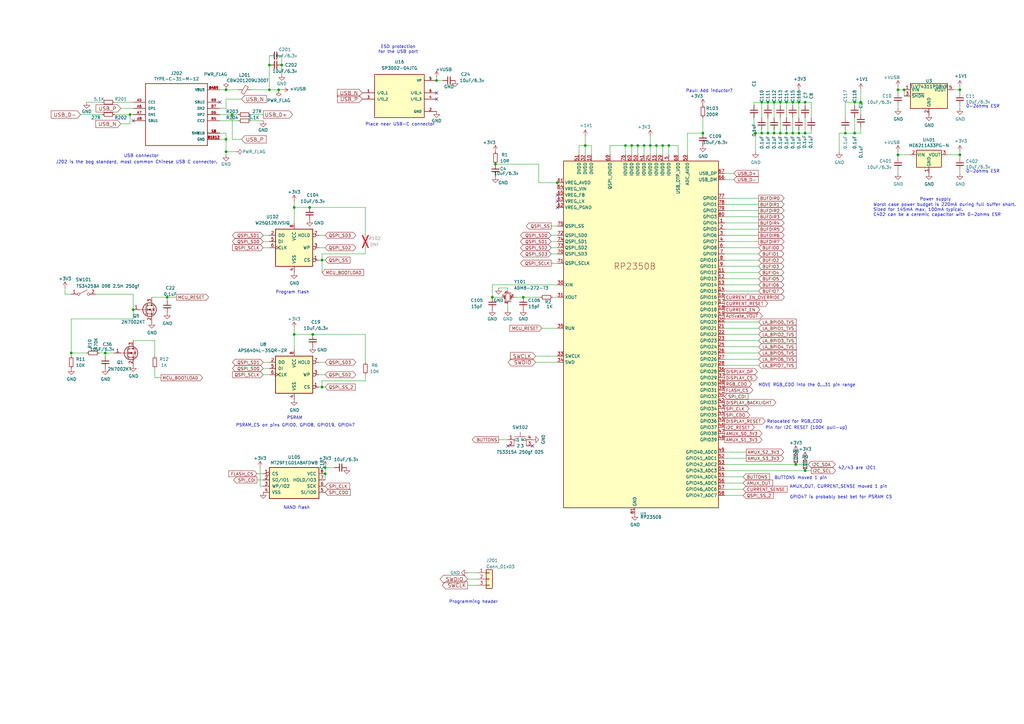
<source format=kicad_sch>
(kicad_sch (version 20231120) (generator "eeschema") (generator_version "8.0")
  (paper "A3")
  (junction (at 132.08 106.68))
  (junction (at 353.06 41.91))
  (junction (at 259.08 59.69))
  (junction (at 325.12 41.91))
  (junction (at 133.35 191.77))
  (junction (at 29.21 144.78))
  (junction (at 309.88 54.61))
  (junction (at 203.2 67.31))
  (junction (at 240.03 59.69))
  (junction (at 201.93 121.92))
  (junction (at 327.66 54.61))
  (junction (at 261.62 59.69))
  (junction (at 312.42 54.61))
  (junction (at 132.08 158.75))
  (junction (at 214.63 121.92))
  (junction (at 127 85.09))
  (junction (at 368.3 36.83))
  (junction (at 115.57 26.67))
  (junction (at 256.54 59.69))
  (junction (at 228.6 74.93))
  (junction (at 314.96 54.61))
  (junction (at 43.18 144.78))
  (junction (at 120.65 137.16))
  (junction (at 327.66 41.91))
  (junction (at 325.12 54.61))
  (junction (at 326.39 190.5))
  (junction (at 330.2 41.91))
  (junction (at 110.49 26.67))
  (junction (at 370.84 36.83))
  (junction (at 393.7 36.83))
  (junction (at 95.25 46.99))
  (junction (at 128.27 137.16))
  (junction (at 346.71 54.61))
  (junction (at 330.2 54.61))
  (junction (at 330.2 193.04))
  (junction (at 110.49 36.83))
  (junction (at 368.3 63.5))
  (junction (at 322.58 54.61))
  (junction (at 266.7 59.69))
  (junction (at 68.58 121.92))
  (junction (at 320.04 54.61))
  (junction (at 288.29 54.61))
  (junction (at 114.3 36.83))
  (junction (at 120.65 85.09))
  (junction (at 179.07 33.02))
  (junction (at 312.42 41.91))
  (junction (at 317.5 54.61))
  (junction (at 264.16 59.69))
  (junction (at 53.34 46.99))
  (junction (at 322.58 41.91))
  (junction (at 393.7 63.5))
  (junction (at 350.52 54.61))
  (junction (at 350.52 41.91))
  (junction (at 92.71 36.83))
  (junction (at 274.32 59.69))
  (junction (at 133.35 194.31))
  (junction (at 271.78 59.69))
  (junction (at 320.04 41.91))
  (junction (at 92.71 57.15))
  (junction (at 317.5 41.91))
  (junction (at 92.71 62.23))
  (junction (at 269.24 59.69))
  (junction (at 314.96 41.91))
  (junction (at 54.61 127))
  (no_connect (at 90.17 41.91))
  (no_connect (at 228.6 82.55))
  (no_connect (at 228.6 85.09))
  (no_connect (at 228.6 80.01))
  (no_connect (at 54.61 49.53))
  (no_connect (at 208.28 182.88))
  (no_connect (at 218.44 182.88))
  (no_connect (at 179.07 38.1))
  (no_connect (at 179.07 40.64))
  (wire (pts (xy 297.18 99.06) (xy 311.15 99.06)))
  (wire (pts (xy 271.78 59.69) (xy 274.32 59.69)))
  (wire (pts (xy 317.5 54.61) (xy 314.96 54.61)))
  (wire (pts (xy 29.21 146.05) (xy 29.21 144.78)))
  (wire (pts (xy 29.21 144.78) (xy 35.56 144.78)))
  (wire (pts (xy 228.6 99.06) (xy 226.06 99.06)))
  (wire (pts (xy 95.25 57.15) (xy 99.06 57.15)))
  (wire (pts (xy 40.64 144.78) (xy 43.18 144.78)))
  (wire (pts (xy 332.74 41.91) (xy 330.2 41.91)))
  (wire (pts (xy 29.21 120.65) (xy 26.67 120.65)))
  (wire (pts (xy 228.6 104.14) (xy 226.06 104.14)))
  (wire (pts (xy 281.94 54.61) (xy 281.94 63.5)))
  (wire (pts (xy 266.7 59.69) (xy 266.7 63.5)))
  (wire (pts (xy 219.71 148.59) (xy 228.6 148.59)))
  (wire (pts (xy 68.58 123.19) (xy 68.58 121.92)))
  (wire (pts (xy 191.77 240.03) (xy 195.58 240.03)))
  (wire (pts (xy 317.5 48.26) (xy 317.5 41.91)))
  (wire (pts (xy 90.17 57.15) (xy 92.71 57.15)))
  (wire (pts (xy 149.86 85.09) (xy 127 85.09)))
  (wire (pts (xy 309.245 54.61) (xy 309.88 54.61)))
  (wire (pts (xy 393.7 36.83) (xy 393.7 38.1)))
  (wire (pts (xy 102.87 49.53) (xy 107.95 49.53)))
  (wire (pts (xy 312.42 54.61) (xy 309.88 54.61)))
  (wire (pts (xy 92.71 62.23) (xy 92.71 63.5)))
  (wire (pts (xy 115.57 26.67) (xy 115.57 30.48)))
  (wire (pts (xy 149.86 104.14) (xy 149.86 101.6)))
  (wire (pts (xy 228.6 146.05) (xy 219.71 146.05)))
  (wire (pts (xy 393.7 35.56) (xy 393.7 36.83)))
  (wire (pts (xy 54.61 41.91) (xy 46.99 41.91)))
  (wire (pts (xy 132.08 106.68) (xy 130.81 106.68)))
  (wire (pts (xy 370.84 36.83) (xy 370.84 39.37)))
  (wire (pts (xy 306.07 187.96) (xy 297.18 187.96)))
  (wire (pts (xy 297.18 119.38) (xy 311.15 119.38)))
  (wire (pts (xy 327.66 54.61) (xy 330.2 54.61)))
  (wire (pts (xy 120.65 85.09) (xy 120.65 82.55)))
  (wire (pts (xy 92.71 54.61) (xy 92.71 57.15)))
  (wire (pts (xy 110.49 151.13) (xy 107.95 151.13)))
  (wire (pts (xy 221.615 121.92) (xy 214.63 121.92)))
  (wire (pts (xy 26.67 120.65) (xy 26.67 118.11)))
  (wire (pts (xy 120.65 143.51) (xy 120.65 137.16)))
  (wire (pts (xy 309.245 41.91) (xy 309.245 43.18)))
  (wire (pts (xy 54.61 44.45) (xy 49.53 44.45)))
  (wire (pts (xy 297.18 195.58) (xy 304.8 195.58)))
  (wire (pts (xy 311.15 81.28) (xy 297.18 81.28)))
  (wire (pts (xy 368.3 43.18) (xy 368.3 44.45)))
  (wire (pts (xy 204.47 180.34) (xy 208.28 180.34)))
  (wire (pts (xy 269.24 59.69) (xy 271.78 59.69)))
  (wire (pts (xy 99.06 40.64) (xy 92.71 40.64)))
  (wire (pts (xy 393.7 63.5) (xy 393.7 64.77)))
  (wire (pts (xy 312.42 41.91) (xy 309.245 41.91)))
  (wire (pts (xy 133.35 106.68) (xy 132.08 106.68)))
  (wire (pts (xy 29.21 130.81) (xy 54.61 130.81)))
  (wire (pts (xy 133.35 194.31) (xy 133.35 196.85)))
  (wire (pts (xy 320.04 48.26) (xy 320.04 54.61)))
  (wire (pts (xy 203.2 67.31) (xy 220.98 67.31)))
  (wire (pts (xy 240.03 55.88) (xy 240.03 59.69)))
  (wire (pts (xy 297.18 88.9) (xy 311.15 88.9)))
  (wire (pts (xy 330.2 48.26) (xy 330.2 54.61)))
  (wire (pts (xy 269.24 59.69) (xy 269.24 63.5)))
  (wire (pts (xy 133.35 148.59) (xy 130.81 148.59)))
  (wire (pts (xy 368.3 62.23) (xy 368.3 63.5)))
  (wire (pts (xy 311.15 147.32) (xy 297.18 147.32)))
  (wire (pts (xy 325.12 43.18) (xy 325.12 41.91)))
  (wire (pts (xy 110.49 99.06) (xy 107.95 99.06)))
  (wire (pts (xy 96.52 62.23) (xy 92.71 62.23)))
  (wire (pts (xy 228.6 74.93) (xy 228.6 77.47)))
  (wire (pts (xy 297.18 198.12) (xy 304.8 198.12)))
  (wire (pts (xy 41.91 41.91) (xy 35.56 41.91)))
  (wire (pts (xy 43.18 144.78) (xy 43.18 146.05)))
  (wire (pts (xy 29.21 144.78) (xy 29.21 130.81)))
  (wire (pts (xy 353.06 36.83) (xy 353.06 41.91)))
  (wire (pts (xy 110.49 153.67) (xy 107.95 153.67)))
  (wire (pts (xy 297.18 83.82) (xy 311.15 83.82)))
  (wire (pts (xy 205.74 121.92) (xy 201.93 121.92)))
  (wire (pts (xy 325.12 41.91) (xy 322.58 41.91)))
  (wire (pts (xy 288.29 48.26) (xy 288.29 54.61)))
  (wire (pts (xy 320.04 54.61) (xy 317.5 54.61)))
  (wire (pts (xy 39.37 120.65) (xy 54.61 120.65)))
  (wire (pts (xy 311.15 144.78) (xy 297.18 144.78)))
  (wire (pts (xy 327.66 41.91) (xy 327.66 36.83)))
  (wire (pts (xy 228.6 101.6) (xy 226.06 101.6)))
  (wire (pts (xy 107.95 199.39) (xy 106.68 199.39)))
  (wire (pts (xy 393.7 62.23) (xy 393.7 63.5)))
  (wire (pts (xy 300.99 71.12) (xy 297.18 71.12)))
  (wire (pts (xy 330.2 43.18) (xy 330.2 41.91)))
  (wire (pts (xy 346.71 41.91) (xy 350.52 41.91)))
  (wire (pts (xy 278.13 59.69) (xy 278.13 63.5)))
  (wire (pts (xy 191.77 237.49) (xy 195.58 237.49)))
  (wire (pts (xy 92.71 44.45) (xy 90.17 44.45)))
  (wire (pts (xy 132.08 156.21) (xy 149.86 156.21)))
  (wire (pts (xy 297.18 116.84) (xy 311.15 116.84)))
  (wire (pts (xy 92.71 40.64) (xy 92.71 44.45)))
  (wire (pts (xy 311.15 142.24) (xy 297.18 142.24)))
  (wire (pts (xy 266.7 59.69) (xy 269.24 59.69)))
  (wire (pts (xy 312.42 53.34) (xy 312.42 54.61)))
  (wire (pts (xy 132.08 158.75) (xy 132.08 156.21)))
  (wire (pts (xy 92.71 36.83) (xy 97.79 36.83)))
  (wire (pts (xy 228.6 116.84) (xy 201.93 116.84)))
  (wire (pts (xy 133.35 191.77) (xy 133.35 194.31)))
  (wire (pts (xy 120.65 91.44) (xy 120.65 85.09)))
  (wire (pts (xy 115.57 22.86) (xy 115.57 26.67)))
  (wire (pts (xy 314.96 54.61) (xy 312.42 54.61)))
  (wire (pts (xy 300.99 73.66) (xy 297.18 73.66)))
  (wire (pts (xy 120.65 137.16) (xy 128.27 137.16)))
  (wire (pts (xy 132.08 106.68) (xy 132.08 104.14)))
  (wire (pts (xy 110.49 36.83) (xy 114.3 36.83)))
  (wire (pts (xy 311.15 149.86) (xy 297.18 149.86)))
  (wire (pts (xy 320.04 41.91) (xy 317.5 41.91)))
  (wire (pts (xy 90.17 54.61) (xy 92.71 54.61)))
  (wire (pts (xy 314.96 41.91) (xy 312.42 41.91)))
  (wire (pts (xy 110.49 26.67) (xy 110.49 36.83)))
  (wire (pts (xy 391.16 36.83) (xy 393.7 36.83)))
  (wire (pts (xy 149.86 96.52) (xy 149.86 85.09)))
  (wire (pts (xy 353.06 41.91) (xy 353.06 46.99)))
  (wire (pts (xy 332.74 48.26) (xy 332.74 41.91)))
  (wire (pts (xy 54.61 120.65) (xy 54.61 127)))
  (wire (pts (xy 346.71 48.26) (xy 346.71 41.91)))
  (wire (pts (xy 311.15 96.52) (xy 297.18 96.52)))
  (wire (pts (xy 228.6 74.93) (xy 220.98 74.93)))
  (wire (pts (xy 149.86 137.16) (xy 128.27 137.16)))
  (wire (pts (xy 179.07 31.75) (xy 179.07 33.02)))
  (wire (pts (xy 97.79 46.99) (xy 95.25 46.99)))
  (wire (pts (xy 133.35 153.67) (xy 130.81 153.67)))
  (wire (pts (xy 228.6 92.71) (xy 226.06 92.71)))
  (wire (pts (xy 110.49 22.86) (xy 110.49 26.67)))
  (wire (pts (xy 330.2 41.91) (xy 327.66 41.91)))
  (wire (pts (xy 297.18 114.3) (xy 311.15 114.3)))
  (wire (pts (xy 350.52 54.61) (xy 353.06 54.61)))
  (wire (pts (xy 62.23 121.92) (xy 68.58 121.92)))
  (wire (pts (xy 314.96 48.26) (xy 314.96 54.61)))
  (wire (pts (xy 312.42 48.26) (xy 312.42 41.91)))
  (wire (pts (xy 322.58 53.34) (xy 322.58 54.61)))
  (wire (pts (xy 137.16 191.77) (xy 133.35 191.77)))
  (wire (pts (xy 368.3 38.1) (xy 368.3 36.83)))
  (wire (pts (xy 368.3 69.85) (xy 368.3 71.12)))
  (wire (pts (xy 68.58 121.92) (xy 72.39 121.92)))
  (wire (pts (xy 191.77 234.95) (xy 195.58 234.95)))
  (wire (pts (xy 327.66 53.34) (xy 327.66 54.61)))
  (wire (pts (xy 297.18 111.76) (xy 311.15 111.76)))
  (wire (pts (xy 102.87 36.83) (xy 110.49 36.83)))
  (wire (pts (xy 311.15 132.08) (xy 297.18 132.08)))
  (wire (pts (xy 220.98 74.93) (xy 220.98 67.31)))
  (wire (pts (xy 317.5 41.91) (xy 314.96 41.91)))
  (wire (pts (xy 331.47 190.5) (xy 326.39 190.5)))
  (wire (pts (xy 250.19 59.69) (xy 256.54 59.69)))
  (wire (pts (xy 297.18 185.42) (xy 306.07 185.42)))
  (wire (pts (xy 54.61 46.99) (xy 53.34 46.99)))
  (wire (pts (xy 304.8 200.66) (xy 297.18 200.66)))
  (wire (pts (xy 250.19 63.5) (xy 250.19 59.69)))
  (wire (pts (xy 327.66 54.61) (xy 325.12 54.61)))
  (wire (pts (xy 266.7 55.88) (xy 266.7 59.69)))
  (wire (pts (xy 132.08 104.14) (xy 149.86 104.14)))
  (wire (pts (xy 311.15 134.62) (xy 297.18 134.62)))
  (wire (pts (xy 222.25 134.62) (xy 228.6 134.62)))
  (wire (pts (xy 311.15 86.36) (xy 297.18 86.36)))
  (wire (pts (xy 110.49 96.52) (xy 107.95 96.52)))
  (wire (pts (xy 102.87 46.99) (xy 107.95 46.99)))
  (wire (pts (xy 314.96 43.18) (xy 314.96 41.91)))
  (wire (pts (xy 281.94 54.61) (xy 288.29 54.61)))
  (wire (pts (xy 311.15 137.16) (xy 297.18 137.16)))
  (wire (pts (xy 325.12 54.61) (xy 322.58 54.61)))
  (wire (pts (xy 264.16 59.69) (xy 264.16 63.5)))
  (wire (pts (xy 90.17 46.99) (xy 95.25 46.99)))
  (wire (pts (xy 297.18 104.14) (xy 311.15 104.14)))
  (wire (pts (xy 242.57 59.69) (xy 242.57 63.5)))
  (wire (pts (xy 370.84 36.83) (xy 368.3 36.83)))
  (wire (pts (xy 228.6 96.52) (xy 226.06 96.52)))
  (wire (pts (xy 350.52 48.26) (xy 350.52 54.61)))
  (wire (pts (xy 344.17 54.61) (xy 344.17 62.23)))
  (wire (pts (xy 63.5 154.94) (xy 66.04 154.94)))
  (wire (pts (xy 120.65 85.09) (xy 127 85.09)))
  (wire (pts (xy 53.34 50.8) (xy 53.34 46.99)))
  (wire (pts (xy 53.34 46.99) (xy 46.99 46.99)))
  (wire (pts (xy 107.95 194.31) (xy 105.41 194.31)))
  (wire (pts (xy 240.03 59.69) (xy 242.57 59.69)))
  (wire (pts (xy 110.49 148.59) (xy 107.95 148.59)))
  (wire (pts (xy 181.61 33.02) (xy 179.07 33.02)))
  (wire (pts (xy 297.18 193.04) (xy 330.2 193.04)))
  (wire (pts (xy 311.15 139.7) (xy 297.18 139.7)))
  (wire (pts (xy 322.58 54.61) (xy 320.04 54.61)))
  (wire (pts (xy 325.12 48.26) (xy 325.12 54.61)))
  (wire (pts (xy 311.15 101.6) (xy 297.18 101.6)))
  (wire (pts (xy 228.6 107.95) (xy 226.06 107.95)))
  (wire (pts (xy 317.5 53.34) (xy 317.5 54.61)))
  (wire (pts (xy 327.66 48.26) (xy 327.66 41.91)))
  (wire (pts (xy 330.2 193.04) (xy 332.74 193.04)))
  (wire (pts (xy 208.28 124.46) (xy 208.28 127)))
  (wire (pts (xy 350.52 41.91) (xy 350.52 43.18)))
  (wire (pts (xy 309.245 48.26) (xy 309.245 54.61)))
  (wire (pts (xy 41.91 46.99) (xy 33.02 46.99)))
  (wire (pts (xy 149.86 156.21) (xy 149.86 153.67)))
  (wire (pts (xy 149.86 148.59) (xy 149.86 137.16)))
  (wire (pts (xy 133.35 158.75) (xy 132.08 158.75)))
  (wire (pts (xy 261.62 59.69) (xy 264.16 59.69)))
  (wire (pts (xy 261.62 59.69) (xy 261.62 63.5)))
  (wire (pts (xy 368.3 64.77) (xy 368.3 63.5)))
  (wire (pts (xy 105.41 196.85) (xy 107.95 196.85)))
  (wire (pts (xy 346.71 53.34) (xy 346.71 54.61)))
  (wire (pts (xy 332.74 54.61) (xy 332.74 53.34)))
  (wire (pts (xy 322.58 41.91) (xy 320.04 41.91)))
  (wire (pts (xy 208.28 118.11) (xy 208.28 119.38)))
  (wire (pts (xy 43.18 144.78) (xy 46.99 144.78)))
  (wire (pts (xy 95.25 46.99) (xy 95.25 57.15)))
  (wire (pts (xy 322.58 48.26) (xy 322.58 41.91)))
  (wire (pts (xy 90.17 36.83) (xy 92.71 36.83)))
  (wire (pts (xy 271.78 63.5) (xy 271.78 59.69)))
  (wire (pts (xy 256.54 59.69) (xy 256.54 63.5)))
  (wire (pts (xy 311.15 91.44) (xy 297.18 91.44)))
  (wire (pts (xy 259.08 59.69) (xy 261.62 59.69)))
  (wire (pts (xy 133.35 96.52) (xy 130.81 96.52)))
  (wire (pts (xy 90.17 49.53) (xy 97.79 49.53)))
  (wire (pts (xy 368.3 35.56) (xy 368.3 36.83)))
  (wire (pts (xy 63.5 146.05) (xy 63.5 139.7)))
  (wire (pts (xy 297.18 93.98) (xy 311.15 93.98)))
  (wire (pts (xy 274.32 59.69) (xy 274.32 63.5)))
  (wire (pts (xy 54.61 127) (xy 54.61 130.81)))
  (wire (pts (xy 325.12 41.91) (xy 327.66 41.91)))
  (wire (pts (xy 201.93 116.84) (xy 201.93 121.92)))
  (wire (pts (xy 240.03 59.69) (xy 237.49 59.69)))
  (wire (pts (xy 353.06 52.07) (xy 353.06 54.61)))
  (wire (pts (xy 259.08 59.69) (xy 259.08 63.5)))
  (wire (pts (xy 120.65 137.16) (xy 120.65 134.62)))
  (wire (pts (xy 274.32 59.69) (xy 278.13 59.69)))
  (wire (pts (xy 346.71 54.61) (xy 350.52 54.61)))
  (wire (pts (xy 330.2 54.61) (xy 332.74 54.61)))
  (wire (pts (xy 133.35 101.6) (xy 130.81 101.6)))
  (wire (pts (xy 63.5 139.7) (xy 54.61 139.7)))
  (wire (pts (xy 132.08 106.68) (xy 132.08 111.76)))
  (wire (pts (xy 228.6 121.92) (xy 226.695 121.92)))
  (wire (pts (xy 204.47 118.11) (xy 208.28 118.11)))
  (wire (pts (xy 344.17 54.61) (xy 346.71 54.61)))
  (wire (pts (xy 92.71 57.15) (xy 92.71 62.23)))
  (wire (pts (xy 320.04 43.18) (xy 320.04 41.91)))
  (wire (pts (xy 114.3 36.83) (xy 115.57 36.83)))
  (wire (pts (xy 237.49 59.69) (xy 237.49 63.5)))
  (wire (pts (xy 393.7 43.18) (xy 393.7 44.45)))
  (wire (pts (xy 264.16 59.69) (xy 266.7 59.69)))
  (wire (pts (xy 210.82 121.92) (xy 214.63 121.92)))
  (wire (pts (xy 256.54 59.69) (xy 259.08 59.69)))
  (wire (pts (xy 304.8 203.2) (xy 297.18 203.2)))
  (wire (pts (xy 110.49 101.6) (xy 107.95 101.6)))
  (wire (pts (xy 311.15 106.68) (xy 297.18 106.68)))
  (wire (pts (xy 353.06 41.91) (xy 350.52 41.91)))
  (wire (pts (xy 388.62 63.5) (xy 393.7 63.5)))
  (wire (pts (xy 132.08 158.75) (xy 130.81 158.75)))
  (wire (pts (xy 393.7 69.85) (xy 393.7 71.12)))
  (wire (pts (xy 63.5 151.13) (xy 63.5 154.94)))
  (wire (pts (xy 49.53 50.8) (xy 53.34 50.8)))
  (wire (pts (xy 106.68 199.39) (xy 106.68 191.77)))
  (wire (pts (xy 326.39 190.5) (xy 297.18 190.5)))
  (wire (pts (xy 373.38 63.5) (xy 368.3 63.5)))
  (wire (pts (xy 297.18 109.22) (xy 311.15 109.22)))
  (wire (pts (xy 240.03 59.69) (xy 240.03 63.5)))
  (wire (pts (xy 309.88 54.61) (xy 309.88 62.23)))
  (text "42/43 are I2C1" (at 351.536 192.024 0) (effects (font (size 1.27 1.27))))
  (text "PSRAM\n" (at 117.602 172.212 0) (effects (font (size 1.27 1.27)) (justify left bottom)))
  (text "GPIO47 is probably best bet for PSRAM CS\n" (at 344.932 203.962 0) (effects (font (size 1.27 1.27))))
  (text "USB connector" (at 50.8 64.77 0) (effects (font (size 1.27 1.27)) (justify left bottom)))
  (text "NAND flash\n" (at 121.666 208.28 0) (effects (font (size 1.27 1.27))))
  (text "Pin for I2C RESET (100K pull-up)\n" (at 330.708 175.514 0) (effects (font (size 1.27 1.27))))
  (text "Place near USB-C connector" (at 164.084 51.054 0) (effects (font (size 1.27 1.27))))
  (text "Power supply" (at 377.19 82.55 0) (effects (font (size 1.27 1.27)) (justify left bottom)))
  (text "ESD protection\nfor the USB port" (at 163.322 20.32 0) (effects (font (size 1.27 1.27))))
  (text "AMUX_OUT, CURRENT_SENSE moved 1 pin" (at 343.916 199.644 0) (effects (font (size 1.27 1.27))))
  (text "MOVE RGB_CDO into the 0...31 pin range\n" (at 330.962 157.988 0) (effects (font (size 1.27 1.27))))
  (text "J202 is the bog standard, most common Chinese USB C connector." (at 22.86 67.31 0) (effects (font (size 1.27 1.27)) (justify left bottom)))
  (text "Program flash" (at 113.03 120.65 0) (effects (font (size 1.27 1.27)) (justify left bottom)))
  (text "Relocated for RGB_CDO" (at 325.882 172.974 0) (effects (font (size 1.27 1.27))))
  (text "Worst case power budget is 220mA during full buffer short.\nSized for 145mA max, 100mA typical.\nC402 can be a ceremic capacitor with 0-2ohms ESR" (at 358.14 88.9 0) (effects (font (size 1.27 1.27)) (justify left bottom)))
  (text "Paul: Add inductor?" (at 281.305 38.1 0) (effects (font (size 1.27 1.27)) (justify left bottom)))
  (text "PSRAM_CS on pins GPIO0, GPIO8, GPIO19, GPIO47" (at 121.158 174.498 0) (effects (font (size 1.27 1.27))))
  (text "Programming header" (at 184.15 247.65 0) (effects (font (size 1.27 1.27)) (justify left bottom)))
  (text "0-2ohms ESR\n" (at 396.24 71.12 0) (effects (font (size 1.27 1.27)) (justify left bottom)))
  (text "0-2ohms ESR\n" (at 396.24 44.45 0) (effects (font (size 1.27 1.27)) (justify left bottom)))
  (text "BUTTONS moved 1 pin\n" (at 328.422 196.088 0) (effects (font (size 1.27 1.27))))
  (global_label "BUFIO3" (shape bidirectional) (at 311.15 109.22 0) (property "Intersheetrefs" "${INTERSHEET_REFS}" (effects (hide yes))))
  (global_label "BUFDIR3" (shape output) (at 311.15 88.9 0) (property "Intersheetrefs" "${INTERSHEET_REFS}" (effects (hide yes))))
  (global_label "DISPLAY_RESET" (shape output) (at 297.18 172.72 0) (property "Intersheetrefs" "${INTERSHEET_REFS}" (effects (hide yes))))
  (global_label "BUFIO1" (shape bidirectional) (at 311.15 104.14 0) (property "Intersheetrefs" "${INTERSHEET_REFS}" (effects (hide yes))))
  (global_label "LA_BPIO4_TVS" (shape input) (at 311.15 142.24 0) (property "Intersheetrefs" "${INTERSHEET_REFS}" (effects (hide yes))))
  (global_label "QSPI_SD3" (shape bidirectional) (at 226.06 104.14 180) (property "Intersheetrefs" "${INTERSHEET_REFS}" (effects (hide yes))))
  (global_label "SWDIO" (shape bidirectional) (at 219.71 148.59 180) (effects (font (size 1.524 1.524))) (property "Intersheetrefs" "${INTERSHEET_REFS}" (effects (hide yes))))
  (global_label "QSPI_SCLK" (shape input) (at 107.95 101.6 180) (property "Intersheetrefs" "${INTERSHEET_REFS}" (effects (hide yes))))
  (global_label "SPI_CDO" (shape input) (at 133.35 201.93 0) (property "Intersheetrefs" "${INTERSHEET_REFS}" (effects (hide yes))))
  (global_label "QSPI_SS" (shape input) (at 133.35 106.68 0) (property "Intersheetrefs" "${INTERSHEET_REFS}" (effects (hide yes))))
  (global_label "AMUX_S1_3V3" (shape output) (at 297.18 180.34 0) (property "Intersheetrefs" "${INTERSHEET_REFS}" (effects (hide yes))))
  (global_label "SPI_CDI" (shape output) (at 105.41 196.85 180) (property "Intersheetrefs" "${INTERSHEET_REFS}" (effects (hide yes))))
  (global_label "FLASH_CS" (shape input) (at 105.41 194.31 180) (property "Intersheetrefs" "${INTERSHEET_REFS}" (effects (hide yes))))
  (global_label "RGB_CDO" (shape output) (at 297.18 157.48 0) (property "Intersheetrefs" "${INTERSHEET_REFS}" (effects (hide yes))))
  (global_label "I2C_SDA" (shape bidirectional) (at 331.47 190.5 0) (property "Intersheetrefs" "${INTERSHEET_REFS}" (effects (hide yes))))
  (global_label "AMUX_S0_3V3" (shape output) (at 297.18 177.8 0) (property "Intersheetrefs" "${INTERSHEET_REFS}" (effects (hide yes))))
  (global_label "MCU_RESET" (shape input) (at 222.25 134.62 180) (property "Intersheetrefs" "${INTERSHEET_REFS}" (effects (hide yes))))
  (global_label "USB_N" (shape input) (at 49.53 50.8 180) (effects (font (size 1.524 1.524))) (property "Intersheetrefs" "${INTERSHEET_REFS}" (effects (hide yes))))
  (global_label "USB_P" (shape input) (at 49.53 44.45 180) (effects (font (size 1.524 1.524))) (property "Intersheetrefs" "${INTERSHEET_REFS}" (effects (hide yes))))
  (global_label "LA_BPIO6_TVS" (shape input) (at 311.15 147.32 0) (property "Intersheetrefs" "${INTERSHEET_REFS}" (effects (hide yes))))
  (global_label "SWCLK" (shape output) (at 191.77 240.03 180) (effects (font (size 1.524 1.524))) (property "Intersheetrefs" "${INTERSHEET_REFS}" (effects (hide yes))))
  (global_label "~{Activate_VOUT}" (shape output) (at 297.18 129.54 0) (property "Intersheetrefs" "${INTERSHEET_REFS}" (effects (hide yes))))
  (global_label "QSPI_SD1" (shape bidirectional) (at 107.95 148.59 180) (property "Intersheetrefs" "${INTERSHEET_REFS}" (effects (hide yes))))
  (global_label "CURRENT_EN" (shape output) (at 297.18 127 0) (property "Intersheetrefs" "${INTERSHEET_REFS}" (effects (hide yes))))
  (global_label "CURRENT_SENSE" (shape input) (at 304.8 200.66 0) (property "Intersheetrefs" "${INTERSHEET_REFS}" (effects (hide yes))))
  (global_label "QSPI_SS_2" (shape input) (at 133.35 158.75 0) (property "Intersheetrefs" "${INTERSHEET_REFS}" (effects (hide yes))))
  (global_label "QSPI_SCLK" (shape output) (at 226.06 107.95 180) (property "Intersheetrefs" "${INTERSHEET_REFS}" (effects (hide yes))))
  (global_label "DISPLAY_BACKLIGHT" (shape output) (at 297.18 165.1 0) (property "Intersheetrefs" "${INTERSHEET_REFS}" (effects (hide yes))))
  (global_label "BUTTONS" (shape input) (at 304.8 195.58 0) (property "Intersheetrefs" "${INTERSHEET_REFS}" (effects (hide yes))))
  (global_label "CURRENT_EN_OVERRIDE" (shape output) (at 297.18 121.92 0) (property "Intersheetrefs" "${INTERSHEET_REFS}" (effects (hide yes))))
  (global_label "I2C_SCL" (shape output) (at 332.74 193.04 0) (property "Intersheetrefs" "${INTERSHEET_REFS}" (effects (hide yes))))
  (global_label "BUFDIR1" (shape output) (at 311.15 83.82 0) (property "Intersheetrefs" "${INTERSHEET_REFS}" (effects (hide yes))))
  (global_label "BUFIO7" (shape bidirectional) (at 311.15 119.38 0) (property "Intersheetrefs" "${INTERSHEET_REFS}" (effects (hide yes))))
  (global_label "LA_BPIO3_TVS" (shape input) (at 311.15 139.7 0) (property "Intersheetrefs" "${INTERSHEET_REFS}" (effects (hide yes))))
  (global_label "LA_BPIO2_TVS" (shape input) (at 311.15 137.16 0) (property "Intersheetrefs" "${INTERSHEET_REFS}" (effects (hide yes))))
  (global_label "QSPI_SD2" (shape bidirectional) (at 133.35 153.67 0) (property "Intersheetrefs" "${INTERSHEET_REFS}" (effects (hide yes))))
  (global_label "CURRENT_RESET" (shape output) (at 297.18 124.46 0) (property "Intersheetrefs" "${INTERSHEET_REFS}" (effects (hide yes))))
  (global_label "QSPI_SD3" (shape bidirectional) (at 133.35 148.59 0) (property "Intersheetrefs" "${INTERSHEET_REFS}" (effects (hide yes))))
  (global_label "AMUX_OUT" (shape input) (at 304.8 198.12 0) (property "Intersheetrefs" "${INTERSHEET_REFS}" (effects (hide yes))))
  (global_label "QSPI_SD2" (shape bidirectional) (at 133.35 101.6 0) (property "Intersheetrefs" "${INTERSHEET_REFS}" (effects (hide yes))))
  (global_label "BUFDIR0" (shape output) (at 311.15 81.28 0) (property "Intersheetrefs" "${INTERSHEET_REFS}" (effects (hide yes))))
  (global_label "USB_N" (shape input) (at 148.59 38.1 180) (effects (font (size 1.524 1.524))) (property "Intersheetrefs" "${INTERSHEET_REFS}" (effects (hide yes))))
  (global_label "SPI_CLK" (shape output) (at 297.18 167.64 0) (property "Intersheetrefs" "${INTERSHEET_REFS}" (effects (hide yes))))
  (global_label "MCU_RESET" (shape output) (at 72.39 121.92 0) (property "Intersheetrefs" "${INTERSHEET_REFS}" (effects (hide yes))))
  (global_label "BUFIO6" (shape bidirectional) (at 311.15 116.84 0) (property "Intersheetrefs" "${INTERSHEET_REFS}" (effects (hide yes))))
  (global_label "BUTTONS" (shape output) (at 204.47 180.34 180) (property "Intersheetrefs" "${INTERSHEET_REFS}" (effects (hide yes))))
  (global_label "QSPI_SS" (shape output) (at 226.06 92.71 180) (property "Intersheetrefs" "${INTERSHEET_REFS}" (effects (hide yes))))
  (global_label "SPI_CDI" (shape input) (at 297.18 162.56 0) (property "Intersheetrefs" "${INTERSHEET_REFS}" (effects (hide yes))))
  (global_label "SWCLK" (shape input) (at 219.71 146.05 180) (effects (font (size 1.524 1.524))) (property "Intersheetrefs" "${INTERSHEET_REFS}" (effects (hide yes))))
  (global_label "QSPI_SD1" (shape bidirectional) (at 107.95 96.52 180) (property "Intersheetrefs" "${INTERSHEET_REFS}" (effects (hide yes))))
  (global_label "LA_BPIO1_TVS" (shape input) (at 311.15 134.62 0) (property "Intersheetrefs" "${INTERSHEET_REFS}" (effects (hide yes))))
  (global_label "QSPI_SD0" (shape bidirectional) (at 107.95 151.13 180) (property "Intersheetrefs" "${INTERSHEET_REFS}" (effects (hide yes))))
  (global_label "DISPLAY_CS" (shape output) (at 297.18 154.94 0) (property "Intersheetrefs" "${INTERSHEET_REFS}" (effects (hide yes))))
  (global_label "USB_D-" (shape input) (at 33.02 46.99 180) (effects (font (size 1.524 1.524))) (property "Intersheetrefs" "${INTERSHEET_REFS}" (effects (hide yes))))
  (global_label "QSPI_SD2" (shape bidirectional) (at 226.06 101.6 180) (property "Intersheetrefs" "${INTERSHEET_REFS}" (effects (hide yes))))
  (global_label "LA_BPIO0_TVS" (shape input) (at 311.15 132.08 0) (property "Intersheetrefs" "${INTERSHEET_REFS}" (effects (hide yes))))
  (global_label "USB_D+" (shape input) (at 300.99 71.12 0) (property "Intersheetrefs" "${INTERSHEET_REFS}" (effects (hide yes))))
  (global_label "BUFDIR2" (shape output) (at 311.15 86.36 0) (property "Intersheetrefs" "${INTERSHEET_REFS}" (effects (hide yes))))
  (global_label "SPI_CLK" (shape input) (at 133.35 199.39 0) (property "Intersheetrefs" "${INTERSHEET_REFS}" (effects (hide yes))))
  (global_label "DISPLAY_DP" (shape output) (at 297.18 152.4 0) (property "Intersheetrefs" "${INTERSHEET_REFS}" (effects (hide yes))))
  (global_label "USB_P" (shape input) (at 148.59 40.64 180) (effects (font (size 1.524 1.524))) (property "Intersheetrefs" "${INTERSHEET_REFS}" (effects (hide yes))))
  (global_label "QSPI_SD1" (shape bidirectional) (at 226.06 99.06 180) (property "Intersheetrefs" "${INTERSHEET_REFS}" (effects (hide yes))))
  (global_label "LA_BPIO7_TVS" (shape input) (at 311.15 149.86 0) (property "Intersheetrefs" "${INTERSHEET_REFS}" (effects (hide yes))))
  (global_label "BUFDIR6" (shape output) (at 311.15 96.52 0) (property "Intersheetrefs" "${INTERSHEET_REFS}" (effects (hide yes))))
  (global_label "I2C_RESET" (shape output) (at 297.18 175.26 0) (property "Intersheetrefs" "${INTERSHEET_REFS}" (effects (hide yes))))
  (global_label "QSPI_SD0" (shape bidirectional) (at 226.06 96.52 180) (property "Intersheetrefs" "${INTERSHEET_REFS}" (effects (hide yes))))
  (global_label "MCU_BOOTLOAD" (shape output) (at 66.04 154.94 0) (property "Intersheetrefs" "${INTERSHEET_REFS}" (effects (hide yes))))
  (global_label "USB_P" (shape input) (at 99.06 57.15 0) (effects (font (size 1.524 1.524))) (property "Intersheetrefs" "${INTERSHEET_REFS}" (effects (hide yes))))
  (global_label "QSPI_SS_2" (shape input) (at 304.8 203.2 0) (property "Intersheetrefs" "${INTERSHEET_REFS}" (effects (hide yes))))
  (global_label "MCU_BOOTLOAD" (shape input) (at 132.08 111.76 0) (property "Intersheetrefs" "${INTERSHEET_REFS}" (effects (hide yes))))
  (global_label "USB_N" (shape input) (at 99.06 40.64 0) (effects (font (size 1.524 1.524))) (property "Intersheetrefs" "${INTERSHEET_REFS}" (effects (hide yes))))
  (global_label "QSPI_SCLK" (shape input) (at 107.95 153.67 180) (property "Intersheetrefs" "${INTERSHEET_REFS}" (effects (hide yes))))
  (global_label "BUFIO4" (shape bidirectional) (at 311.15 111.76 0) (property "Intersheetrefs" "${INTERSHEET_REFS}" (effects (hide yes))))
  (global_label "QSPI_SD3" (shape bidirectional) (at 133.35 96.52 0) (property "Intersheetrefs" "${INTERSHEET_REFS}" (effects (hide yes))))
  (global_label "LA_BPIO5_TVS" (shape input) (at 311.15 144.78 0) (property "Intersheetrefs" "${INTERSHEET_REFS}" (effects (hide yes))))
  (global_label "BUFIO0" (shape bidirectional) (at 311.15 101.6 0) (property "Intersheetrefs" "${INTERSHEET_REFS}" (effects (hide yes))))
  (global_label "SWDIO" (shape bidirectional) (at 191.77 237.49 180) (effects (font (size 1.524 1.524))) (property "Intersheetrefs" "${INTERSHEET_REFS}" (effects (hide yes))))
  (global_label "BUFDIR4" (shape output) (at 311.15 91.44 0) (property "Intersheetrefs" "${INTERSHEET_REFS}" (effects (hide yes))))
  (global_label "BUFDIR5" (shape output) (at 311.15 93.98 0) (property "Intersheetrefs" "${INTERSHEET_REFS}" (effects (hide yes))))
  (global_label "BUFDIR7" (shape output) (at 311.15 99.06 0) (property "Intersheetrefs" "${INTERSHEET_REFS}" (effects (hide yes))))
  (global_label "USB_D+" (shape output) (at 107.95 46.99 0) (effects (font (size 1.524 1.524))) (property "Intersheetrefs" "${INTERSHEET_REFS}" (effects (hide yes))))
  (global_label "BUFIO5" (shape bidirectional) (at 311.15 114.3 0) (property "Intersheetrefs" "${INTERSHEET_REFS}" (effects (hide yes))))
  (global_label "BUFIO2" (shape bidirectional) (at 311.15 106.68 0) (property "Intersheetrefs" "${INTERSHEET_REFS}" (effects (hide yes))))
  (global_label "QSPI_SD0" (shape bidirectional) (at 107.95 99.06 180) (property "Intersheetrefs" "${INTERSHEET_REFS}" (effects (hide yes))))
  (global_label "SPI_CDO" (shape output) (at 297.18 170.18 0) (property "Intersheetrefs" "${INTERSHEET_REFS}" (effects (hide yes))))
  (global_label "USB_D-" (shape input) (at 300.99 73.66 0) (property "Intersheetrefs" "${INTERSHEET_REFS}" (effects (hide yes))))
  (global_label "FLASH_CS" (shape output) (at 297.18 160.02 0) (property "Intersheetrefs" "${INTERSHEET_REFS}" (effects (hide yes))))
  (global_label "AMUX_S3_3V3" (shape output) (at 306.07 187.96 0) (property "Intersheetrefs" "${INTERSHEET_REFS}" (effects (hide yes))))
  (global_label "AMUX_S2_3V3" (shape output) (at 306.07 185.42 0) (property "Intersheetrefs" "${INTERSHEET_REFS}" (effects (hide yes))))
  (symbol (lib_id "Device:C_Small") (at 368.3 67.31 0) (unit 1)
    (property "Reference" "C401" (at 365.76 66.04 0) (effects (justify right)))
    (property "Value" "10uF/6.3v" (at 365.76 68.58 0) (effects (justify right)))
    (property "Footprint" "Capacitor_SMD:C_0402_1005Metric" (effects (hide yes)))
    (property "Description" "CL05A106MQ5NUN" (effects (hide yes)))
    (property "RMB" "0.037726" (effects (hide yes)))
    (property "Supplier" "https://item.szlcsc.com/1877.html" (effects (hide yes)))
    (property "MANUFACTURER" "Samsung" (effects (hide yes)))
  )
  (symbol (lib_id "Device:C_Small") (at 393.7 67.31 0) (unit 1)
    (property "Reference" "C402" (at 396.0368 66.1416 0) (effects (justify left)))
    (property "Value" "10uF/6.3v" (at 396.0368 68.453 0) (effects (justify left)))
    (property "Footprint" "Capacitor_SMD:C_0402_1005Metric" (effects (hide yes)))
    (property "Description" "CL05A106MQ5NUN" (effects (hide yes)))
    (property "RMB" "0.043101" (effects (hide yes)))
    (property "Supplier" "https://item.szlcsc.com/108589.html" (effects (hide yes)))
    (property "MANUFACTURER" "Samsung" (effects (hide yes)))
  )
  (symbol (lib_id "power:GND") (at 381 71.12 0) (unit 1)
    (property "Reference" "#PWR0403" (effects (hide yes)))
    (property "Value" "GND" (at 381.127 75.5142 0))
  )
  (symbol (lib_id "power:GND") (at 368.3 71.12 0) (unit 1)
    (property "Reference" "#PWR0402" (effects (hide yes)))
    (property "Value" "GND" (at 368.427 75.5142 0))
  )
  (symbol (lib_id "power:GND") (at 393.7 71.12 0) (unit 1)
    (property "Reference" "#PWR0405" (effects (hide yes)))
    (property "Value" "GND" (at 393.827 75.5142 0))
  )
  (symbol (lib_id "power:+3V3") (at 393.7 62.23 0) (unit 1)
    (property "Reference" "#PWR0404" (effects (hide yes)))
    (property "Value" "+3V3" (at 394.081 57.8358 0))
  )
  (symbol (lib_id "kicad5-device:Ferrite_Bead_Small") (at 100.33 36.83 270) (unit 1)
    (property "Reference" "L201" (at 100.33 30.8102 90))
    (property "Value" "CBW201209U300T" (at 101.6 33.02 90))
    (property "Footprint" "Inductor_SMD:L_0805_2012Metric" (effects (hide yes)))
    (property "RMB" "0.175802	0.175802" (effects (hide yes)))
    (property "Supplier" "https://item.szlcsc.com/263551.html" (effects (hide yes)))
  )
  (symbol (lib_id "power:GND") (at 115.57 30.48 0) (unit 1)
    (property "Reference" "#PWR0205" (effects (hide yes)))
    (property "Value" "GND" (at 115.57 34.29 0))
  )
  (symbol (lib_id "Device:R_Small") (at 44.45 41.91 90) (mirror x) (unit 1)
    (property "Reference" "R201" (at 49.53 40.64 90))
    (property "Value" "5.1K" (at 40.64 40.64 90))
    (property "Footprint" "Resistor_SMD:R_0402_1005Metric" (effects (hide yes)))
    (property "Description" "Resistor" (effects (hide yes)))
    (property "RMB" "0.0065" (effects (hide yes)))
    (property "Supplier" "https://item.szlcsc.com/107087.html" (effects (hide yes)))
  )
  (symbol (lib_id "Device:R_Small") (at 100.33 49.53 270) (unit 1)
    (property "Reference" "R204" (at 95.25 48.26 90))
    (property "Value" "5.1K" (at 104.14 48.26 90))
    (property "Footprint" "Resistor_SMD:R_0402_1005Metric" (effects (hide yes)))
    (property "Description" "Resistor" (effects (hide yes)))
    (property "RMB" "0.0065" (effects (hide yes)))
    (property "Supplier" "https://item.szlcsc.com/107087.html" (effects (hide yes)))
  )
  (symbol (lib_id "power:GND") (at 107.95 49.53 0) (unit 1)
    (property "Reference" "#PWR0204" (effects (hide yes)))
    (property "Value" "GND" (at 107.95 53.34 0))
  )
  (symbol (lib_id "Device:R_Small") (at 44.45 46.99 90) (mirror x) (unit 1)
    (property "Reference" "R202" (at 49.53 48.26 90))
    (property "Value" "27R" (at 39.37 48.26 90))
    (property "Footprint" "Resistor_SMD:R_0402_1005Metric" (effects (hide yes)))
    (property "RMB" "0.006505" (effects (hide yes)))
    (property "Supplier" "https://item.szlcsc.com/116009.html" (effects (hide yes)))
  )
  (symbol (lib_id "power:GND") (at 92.71 63.5 0) (unit 1)
    (property "Reference" "#PWR0203" (effects (hide yes)))
    (property "Value" "GND" (at 92.71 67.31 0))
  )
  (symbol (lib_id "power:GND") (at 191.77 234.95 270) (unit 1)
    (property "Reference" "#PWR0202" (effects (hide yes)))
    (property "Value" "GND" (at 186.69 234.95 90))
  )
  (symbol (lib_id "dp-power:+VUSB") (at 368.3 62.23 0) (unit 1)
    (property "Reference" "#PWR0401" (effects (hide yes)))
    (property "Value" "+VUSB" (at 365.76 58.42 0))
  )
  (symbol (lib_id "dp-power:+VUSB") (at 115.57 36.83 270) (unit 1)
    (property "Reference" "#PWR0206" (effects (hide yes)))
    (property "Value" "+VUSB" (at 118.8212 36.449 90) (effects (justify left)))
  )
  (symbol (lib_id "power:PWR_FLAG") (at 92.71 36.83 0) (unit 1)
    (property "Reference" "#FLG0201" (effects (hide yes)))
    (property "Value" "PWR_FLAG" (at 88.392 30.48 0))
  )
  (symbol (lib_id "power:GND") (at 35.56 41.91 0) (unit 1)
    (property "Reference" "#PWR0201" (effects (hide yes)))
    (property "Value" "GND" (at 35.56 45.72 0))
  )
  (symbol (lib_id "power:PWR_FLAG") (at 114.3 36.83 180) (unit 1)
    (property "Reference" "#FLG0203" (effects (hide yes)))
    (property "Value" "PWR_FLAG" (at 114.3 41.2242 0))
  )
  (symbol (lib_id "power:PWR_FLAG") (at 96.52 62.23 270) (unit 1)
    (property "Reference" "#FLG0202" (effects (hide yes)))
    (property "Value" "PWR_FLAG" (at 104.14 62.23 90))
  )
  (symbol (lib_id "power:GND") (at 120.65 111.76 0) (unit 1)
    (property "Reference" "#PWR0105" (effects (hide yes)))
    (property "Value" "GND" (at 120.777 116.1542 0))
  )
  (symbol (lib_id "power:+3V3") (at 120.65 82.55 0) (unit 1)
    (property "Reference" "#PWR0104" (effects (hide yes)))
    (property "Value" "+3V3" (at 120.65 78.74 0))
  )
  (symbol (lib_id "power:GND") (at 214.63 127 0) (unit 1)
    (property "Reference" "#PWR0114" (effects (hide yes)))
    (property "Value" "GND" (at 214.63 130.81 0))
  )
  (symbol (lib_id "Device:C_Small") (at 214.63 124.46 0) (unit 1)
    (property "Reference" "C106" (at 219.075 123.19 0))
    (property "Value" "15pF" (at 219.075 125.73 0))
    (property "Footprint" "Capacitor_SMD:C_0402_1005Metric" (effects (hide yes)))
    (property "RMB" "0.022142" (effects (hide yes)))
    (property "Supplier" "https://item.szlcsc.com/306263.html" (effects (hide yes)))
  )
  (symbol (lib_id "power:GND") (at 201.93 127 0) (unit 1)
    (property "Reference" "#PWR0111" (effects (hide yes)))
    (property "Value" "GND" (at 201.93 130.81 0))
  )
  (symbol (lib_id "Device:C_Small") (at 201.93 124.46 0) (unit 1)
    (property "Reference" "C105" (at 195.58 123.19 0))
    (property "Value" "15pF" (at 195.58 125.73 0))
    (property "Footprint" "Capacitor_SMD:C_0402_1005Metric" (effects (hide yes)))
    (property "RMB" "0.022142" (effects (hide yes)))
    (property "Supplier" "https://item.szlcsc.com/306263.html" (effects (hide yes)))
  )
  (symbol (lib_id "Device:R_Small") (at 100.33 46.99 270) (mirror x) (unit 1)
    (property "Reference" "R203" (at 95.25 45.72 90))
    (property "Value" "27R" (at 105.41 45.72 90))
    (property "Footprint" "Resistor_SMD:R_0402_1005Metric" (effects (hide yes)))
    (property "RMB" "0.006505" (effects (hide yes)))
    (property "Supplier" "https://item.szlcsc.com/116009.html" (effects (hide yes)))
  )
  (symbol (lib_id "Device:C_Small") (at 312.42 50.8 0) (unit 1)
    (property "Reference" "C110" (at 312.42 39.37 90))
    (property "Value" "0.1uF" (at 312.42 58.42 90))
    (property "Footprint" "Capacitor_SMD:C_0402_1005Metric" (effects (hide yes)))
    (property "RMB" "0.00628" (effects (hide yes)))
    (property "Supplier" "https://item.szlcsc.com/1877.html" (effects (hide yes)))
  )
  (symbol (lib_id "Device:C_Small") (at 314.96 45.72 0) (unit 1)
    (property "Reference" "C111" (at 314.96 39.37 90))
    (property "Value" "0.1uF" (at 314.96 58.42 90))
    (property "Footprint" "Capacitor_SMD:C_0402_1005Metric" (effects (hide yes)))
    (property "RMB" "0.00628" (effects (hide yes)))
    (property "Supplier" "https://item.szlcsc.com/1877.html" (effects (hide yes)))
  )
  (symbol (lib_id "power:+3V3") (at 327.66 36.83 0) (unit 1)
    (property "Reference" "#PWR0125" (effects (hide yes)))
    (property "Value" "+3V3" (at 328.041 32.4358 0))
  )
  (symbol (lib_id "power:GND") (at 309.88 62.23 0) (unit 1)
    (property "Reference" "#PWR0124" (effects (hide yes)))
    (property "Value" "GND" (at 310.007 66.6242 0))
  )
  (symbol (lib_id "Device:C_Small") (at 317.5 50.8 0) (unit 1)
    (property "Reference" "C112" (at 317.5 39.37 90))
    (property "Value" "0.1uF" (at 317.5 58.42 90))
    (property "Footprint" "Capacitor_SMD:C_0402_1005Metric" (effects (hide yes)))
    (property "RMB" "0.00628" (effects (hide yes)))
    (property "Supplier" "https://item.szlcsc.com/1877.html" (effects (hide yes)))
  )
  (symbol (lib_id "Device:C_Small") (at 320.04 45.72 0) (unit 1)
    (property "Reference" "C113" (at 320.04 39.37 90))
    (property "Value" "0.1uF" (at 320.04 58.42 90))
    (property "Footprint" "Capacitor_SMD:C_0402_1005Metric" (effects (hide yes)))
    (property "RMB" "0.00628" (effects (hide yes)))
    (property "Supplier" "https://item.szlcsc.com/1877.html" (effects (hide yes)))
  )
  (symbol (lib_id "Device:C_Small") (at 322.58 50.8 0) (unit 1)
    (property "Reference" "C114" (at 322.58 39.37 90))
    (property "Value" "0.1uF" (at 322.58 58.42 90))
    (property "Footprint" "Capacitor_SMD:C_0402_1005Metric" (effects (hide yes)))
    (property "RMB" "0.00628" (effects (hide yes)))
    (property "Supplier" "https://item.szlcsc.com/1877.html" (effects (hide yes)))
  )
  (symbol (lib_id "Device:C_Small") (at 325.12 45.72 0) (unit 1)
    (property "Reference" "C115" (at 325.12 39.37 90))
    (property "Value" "0.1uF" (at 325.12 58.42 90))
    (property "Footprint" "Capacitor_SMD:C_0402_1005Metric" (effects (hide yes)))
    (property "RMB" "0.00628" (effects (hide yes)))
    (property "Supplier" "https://item.szlcsc.com/1877.html" (effects (hide yes)))
  )
  (symbol (lib_id "Device:C_Small") (at 113.03 22.86 270) (mirror x) (unit 1)
    (property "Reference" "C201" (at 119.38 20.32 90) (effects (justify right)))
    (property "Value" "10uF/6.3v" (at 121.92 22.86 90) (effects (justify right)))
    (property "Footprint" "Capacitor_SMD:C_0402_1005Metric" (effects (hide yes)))
    (property "Description" "CL05A106MQ5NUN" (effects (hide yes)))
    (property "RMB" "0.037726" (effects (hide yes)))
    (property "Supplier" "https://item.szlcsc.com/1877.html" (effects (hide yes)))
    (property "MANUFACTURER" "Samsung" (effects (hide yes)))
  )
  (symbol (lib_id "Device:C_Small") (at 113.03 26.67 270) (mirror x) (unit 1)
    (property "Reference" "C202" (at 121.92 26.67 90) (effects (justify right)))
    (property "Value" "10uF/6.3v" (at 121.92 29.21 90) (effects (justify right)))
    (property "Footprint" "Capacitor_SMD:C_0402_1005Metric" (effects (hide yes)))
    (property "Description" "CL05A106MQ5NUN" (effects (hide yes)))
    (property "RMB" "0.037726" (effects (hide yes)))
    (property "Supplier" "https://item.szlcsc.com/1877.html" (effects (hide yes)))
    (property "MANUFACTURER" "Samsung" (effects (hide yes)))
  )
  (symbol (lib_id "Device:C_Small") (at 346.71 50.8 0) (unit 1)
    (property "Reference" "C117" (at 346.71 39.37 90))
    (property "Value" "0.1uF" (at 346.71 58.42 90))
    (property "Footprint" "Capacitor_SMD:C_0402_1005Metric" (effects (hide yes)))
    (property "RMB" "0.00628" (effects (hide yes)))
    (property "Supplier" "https://item.szlcsc.com/1877.html" (effects (hide yes)))
  )
  (symbol (lib_id "Device:C_Small") (at 350.52 45.72 0) (unit 1)
    (property "Reference" "C118" (at 350.52 39.37 90))
    (property "Value" "0.1uF" (at 350.52 58.42 90))
    (property "Footprint" "Capacitor_SMD:C_0402_1005Metric" (effects (hide yes)))
    (property "RMB" "0.00628" (effects (hide yes)))
    (property "Supplier" "https://item.szlcsc.com/1877.html" (effects (hide yes)))
  )
  (symbol (lib_id "power:+1V1") (at 353.06 36.83 0) (unit 1)
    (property "Reference" "#PWR0127" (effects (hide yes)))
    (property "Value" "+1V1" (at 353.441 32.4358 0))
  )
  (symbol (lib_id "power:GND") (at 344.17 62.23 0) (unit 1)
    (property "Reference" "#PWR0126" (effects (hide yes)))
    (property "Value" "GND" (at 344.297 66.6242 0))
  )
  (symbol (lib_id "Device:Crystal_GND24_Small") (at 208.28 121.92 0) (unit 1)
    (property "Reference" "Y101" (at 210.82 115.57 0) (effects (justify left)))
    (property "Value" "ABM8-272-T3" (at 210.82 118.11 0) (effects (justify left)))
    (property "Footprint" "Crystal:Crystal_SMD_3225-4Pin_3.2x2.5mm" (effects (hide yes)))
    (property "Description" "12MHz" (effects (hide yes)))
    (property "RMB" "0.8432" (effects (hide yes)))
    (property "Supplier" "https://item.szlcsc.com/260706.html" (effects (hide yes)))
  )
  (symbol (lib_id "power:GND") (at 208.28 127 0) (unit 1)
    (property "Reference" "#PWR0113" (effects (hide yes)))
    (property "Value" "GND" (at 208.28 130.81 0))
  )
  (symbol (lib_id "power:GND") (at 204.47 118.11 0) (unit 1)
    (property "Reference" "#PWR0112" (effects (hide yes)))
    (property "Value" "GND" (at 204.47 123.19 0))
  )
  (symbol (lib_id "Device:C_Small") (at 127 87.63 0) (unit 1)
    (property "Reference" "C104" (at 128.27 80.01 0))
    (property "Value" "10uF/6.3v" (at 128.27 82.55 0))
    (property "Footprint" "Capacitor_SMD:C_0402_1005Metric" (effects (hide yes)))
    (property "Description" "CL05A106MQ5NUN" (effects (hide yes)))
    (property "RMB" "0.043101" (effects (hide yes)))
    (property "Supplier" "https://item.szlcsc.com/108589.html" (effects (hide yes)))
    (property "MANUFACTURER" "Samsung" (effects (hide yes)))
  )
  (symbol (lib_id "power:GND") (at 127 90.17 0) (unit 1)
    (property "Reference" "#PWR0109" (effects (hide yes)))
    (property "Value" "GND" (at 130.81 91.44 0))
  )
  (symbol (lib_id "Device:C_Small") (at 327.66 50.8 0) (unit 1)
    (property "Reference" "C116" (at 327.66 39.37 90))
    (property "Value" "0.1uF" (at 327.66 58.42 90))
    (property "Footprint" "Capacitor_SMD:C_0402_1005Metric" (effects (hide yes)))
    (property "RMB" "0.00628" (effects (hide yes)))
    (property "Supplier" "https://item.szlcsc.com/1877.html" (effects (hide yes)))
  )
  (symbol (lib_id "dp-memory:xm25qh128a") (at 120.65 106.68 0) (unit 1)
    (property "Reference" "U102" (at 111.76 88.9 0))
    (property "Value" "W25Q128JVSIQ" (at 111.76 91.44 0))
    (property "Footprint" "Package_SO:SOP-8_5.28x5.23mm_P1.27mm" (effects (hide yes)))
    (property "RMB" "9.85" (effects (hide yes)))
    (property "Supplier" "https://item.szlcsc.com/98729.html" (effects (hide yes)))
  )
  (symbol (lib_id "Device:R_Small") (at 288.29 45.72 0) (unit 1)
    (property "Reference" "R103" (at 292.1 44.45 0))
    (property "Value" "200R" (at 292.1 46.99 0))
    (property "Footprint" "Resistor_SMD:R_0402_1005Metric" (effects (hide yes)))
    (property "RMB" "0.006373" (effects (hide yes)))
    (property "Supplier" "https://item.szlcsc.com/116008.html" (effects (hide yes)))
  )
  (symbol (lib_id "power:+3V3") (at 288.29 43.18 0) (unit 1)
    (property "Reference" "#PWR0122" (effects (hide yes)))
    (property "Value" "+3V3" (at 285.75 39.37 0))
  )
  (symbol (lib_id "Device:C_Small") (at 288.29 57.15 0) (unit 1)
    (property "Reference" "C109" (at 293.37 55.88 0))
    (property "Value" "10uF/6.3v" (at 293.37 58.42 0))
    (property "Footprint" "Capacitor_SMD:C_0402_1005Metric" (effects (hide yes)))
    (property "Description" "CL05A106MQ5NUN" (effects (hide yes)))
    (property "RMB" "0.043101" (effects (hide yes)))
    (property "Supplier" "https://item.szlcsc.com/108589.html" (effects (hide yes)))
    (property "MANUFACTURER" "Samsung" (effects (hide yes)))
  )
  (symbol (lib_id "power:GND") (at 288.29 59.69 0) (unit 1)
    (property "Reference" "#PWR0123" (effects (hide yes)))
    (property "Value" "GND" (at 288.417 64.0842 0))
  )
  (symbol (lib_id "Switch:SW_SPST") (at 34.29 120.65 0) (unit 1)
    (property "Reference" "SW101" (at 34.29 114.681 0))
    (property "Value" "TS3425BA 098 2.5H 250gf" (at 44.196 117.348 0))
    (property "Footprint" "Button_Switch_SMD:SW_SPST_PTS810" (effects (hide yes)))
  )
  (symbol (lib_id "Connector_Generic:Conn_01x03") (at 200.66 237.49 0) (unit 1)
    (property "Reference" "J201" (at 199.39 229.87 0) (effects (justify left)))
    (property "Value" "Conn_01x03" (at 199.39 232.41 0) (effects (justify left)))
    (property "Footprint" "Connector_PinSocket_2.54mm:PinSocket_1x03_P2.54mm_Vertical" (effects (hide yes)))
  )
  (symbol (lib_id "Device:R_Small") (at 149.86 99.06 0) (unit 1) (in_bom no) (dnp yes)
    (property "Reference" "R102" (at 153.67 97.79 0))
    (property "Value" "DNF" (at 153.67 100.33 0))
    (property "Footprint" "Resistor_SMD:R_0402_1005Metric" (effects (hide yes)))
    (property "RMB" "0.006373" (effects (hide yes)))
    (property "Supplier" "https://item.szlcsc.com/116008.html" (effects (hide yes)))
  )
  (symbol (lib_name "TYPE-C-31-M-12_2") (lib_id "usb-c:TYPE-C-31-M-12") (at 72.39 46.99 0) (unit 1)
    (property "Reference" "J202" (at 72.39 30.0482 0))
    (property "Value" "TYPE-C-31-M-12" (at 72.39 32.3596 0))
    (property "Footprint" "usb-c:HRO_TYPE-C-31-M-12" (effects (hide yes)))
    (property "Datasheet" "HRO Electronics" (effects (hide yes)))
    (property "Field4" "3.31mm" (effects (hide yes)))
    (property "Field5" "A" (effects (hide yes)))
    (property "Field6" "Manufacturer Recommendations" (effects (hide yes)))
  )
  (symbol (lib_id "Regulator_Linear:AP2204RA-3.3") (at 381 63.5 0) (unit 1)
    (property "Reference" "U401" (at 381 57.3532 0))
    (property "Value" "ME6211A33PG-N" (at 381 59.6646 0))
    (property "Footprint" "Package_TO_SOT_SMD:SOT-89-3" (effects (hide yes)))
    (property "Datasheet" "https://www.diodes.com/assets/Datasheets/AP2204.pdf" (effects (hide yes)))
  )
  (symbol (lib_id "dp-switch:4P_button_sw") (at 213.36 181.61 0) (unit 1)
    (property "Reference" "SW102" (at 213.36 175.26 0))
    (property "Value" "TS3315A 250gf 025" (at 213.36 185.42 0))
    (property "Footprint" "dp-switch:GT-TC026X-HXXX-LX" (effects (hide yes)))
  )
  (symbol (lib_id "power:GND") (at 107.95 201.93 0) (unit 1)
    (property "Reference" "#PWR0129" (effects (hide yes)))
    (property "Value" "GND" (effects (hide yes)))
  )
  (symbol (lib_id "power:+3V3") (at 133.35 191.77 0) (unit 1)
    (property "Reference" "#PWR0143" (effects (hide yes)))
    (property "Value" "+3V3" (at 133.35 187.96 0))
  )
  (symbol (lib_id "power:GND") (at 142.24 191.77 0) (unit 1)
    (property "Reference" "#PWR0144" (effects (hide yes)))
    (property "Value" "GND" (effects (hide yes)))
  )
  (symbol (lib_id "power:+3V3") (at 106.68 191.77 0) (unit 1)
    (property "Reference" "#PWR0145" (effects (hide yes)))
    (property "Value" "+3V3" (at 106.68 187.96 0))
  )
  (symbol (lib_id "dp-memory:MT29F1G01ABAFDWB") (at 120.65 198.12 0) (unit 1)
    (property "Reference" "U105" (at 120.65 187.5028 0))
    (property "Value" "MT29F1G01ABAFDWB" (at 120.65 189.8142 0))
    (property "Footprint" "dp-memory:U-PDFN-8" (effects (hide yes)))
  )
  (symbol (lib_id "power:GND") (at 128.27 142.24 0) (unit 1)
    (property "Reference" "#PWR066" (effects (hide yes)))
    (property "Value" "GND" (at 132.08 143.51 0))
  )
  (symbol (lib_id "Device:C_Small") (at 128.27 139.7 0) (unit 1)
    (property "Reference" "C19" (at 129.54 132.08 0))
    (property "Value" "10uF/6.3v" (at 129.54 134.62 0))
    (property "Footprint" "Capacitor_SMD:C_0402_1005Metric" (effects (hide yes)))
    (property "Description" "CL05A106MQ5NUN" (effects (hide yes)))
    (property "RMB" "0.043101" (effects (hide yes)))
    (property "Supplier" "https://item.szlcsc.com/108589.html" (effects (hide yes)))
    (property "MANUFACTURER" "Samsung" (effects (hide yes)))
  )
  (symbol (lib_id "power:GND") (at 54.61 149.86 0) (unit 1)
    (property "Reference" "#PWR072" (effects (hide yes)))
    (property "Value" "GND" (at 54.737 154.2542 0))
  )
  (symbol (lib_id "Device:C_Small") (at 368.3 40.64 0) (unit 1)
    (property "Reference" "C10" (at 365.76 39.37 0) (effects (justify right)))
    (property "Value" "10uF/6.3v" (at 365.76 41.91 0) (effects (justify right)))
    (property "Footprint" "Capacitor_SMD:C_0402_1005Metric" (effects (hide yes)))
    (property "Description" "CL05A106MQ5NUN" (effects (hide yes)))
    (property "RMB" "0.037726" (effects (hide yes)))
    (property "Supplier" "https://item.szlcsc.com/1877.html" (effects (hide yes)))
    (property "MANUFACTURER" "Samsung" (effects (hide yes)))
  )
  (symbol (lib_id "Device:C_Small") (at 43.18 148.59 0) (unit 1)
    (property "Reference" "C36" (at 45.974 141.224 0) (effects (justify right)))
    (property "Value" "10uF/6.3v" (at 46.99 143.256 0) (effects (justify right)))
    (property "Footprint" "Capacitor_SMD:C_0402_1005Metric" (effects (hide yes)))
    (property "Description" "CL05A106MQ5NUN" (effects (hide yes)))
    (property "RMB" "0.037726" (effects (hide yes)))
    (property "Supplier" "https://item.szlcsc.com/1877.html" (effects (hide yes)))
    (property "MANUFACTURER" "Samsung" (effects (hide yes)))
  )
  (symbol (lib_id "power:GND") (at 218.44 180.34 90) (unit 1)
    (property "Reference" "#PWR028" (effects (hide yes)))
    (property "Value" "GND" (at 222.8342 180.213 0))
  )
  (symbol (lib_id "dp-power:+VUSB") (at 368.3 35.56 0) (unit 1)
    (property "Reference" "#PWR039" (effects (hide yes)))
    (property "Value" "+VUSB" (at 365.76 31.75 0))
  )
  (symbol (lib_id "Device:R_Small") (at 29.21 148.59 0) (unit 1)
    (property "Reference" "R11" (at 33.02 147.32 0))
    (property "Value" "10K" (at 33.02 149.86 0))
    (property "Footprint" "Resistor_SMD:R_0402_1005Metric" (effects (hide yes)))
    (property "RMB" "0.006373" (effects (hide yes)))
    (property "Supplier" "https://item.szlcsc.com/116008.html" (effects (hide yes)))
  )
  (symbol (lib_id "Device:R_Small") (at 38.1 144.78 90) (unit 1)
    (property "Reference" "R10" (at 36.83 140.97 0))
    (property "Value" "470K" (at 39.37 140.97 0))
    (property "Footprint" "Resistor_SMD:R_0402_1005Metric" (effects (hide yes)))
    (property "RMB" "0.006373" (effects (hide yes)))
    (property "Supplier" "https://item.szlcsc.com/116008.html" (effects (hide yes)))
  )
  (symbol (lib_id "power:GND") (at 381 46.99 0) (unit 1)
    (property "Reference" "#PWR041" (effects (hide yes)))
    (property "Value" "GND" (at 381.127 51.3842 0))
  )
  (symbol (lib_id "Device:C_Small") (at 203.2 69.85 0) (unit 1)
    (property "Reference" "C4" (at 206.375 69.215 0))
    (property "Value" "10uF/6.3v" (at 207.645 71.12 0))
    (property "Footprint" "Capacitor_SMD:C_0402_1005Metric" (effects (hide yes)))
    (property "Description" "CL05A106MQ5NUN" (effects (hide yes)))
    (property "RMB" "0.022142" (effects (hide yes)))
    (property "Supplier" "https://item.szlcsc.com/306263.html" (effects (hide yes)))
    (property "MANUFACTURER" "Samsung" (effects (hide yes)))
  )
  (symbol (lib_id "Device:C_Small") (at 184.15 33.02 90) (unit 1)
    (property "Reference" "C24" (at 188.976 30.48 90) (effects (justify right)))
    (property "Value" "10uF/6.3v" (at 188.468 33.02 90) (effects (justify right)))
    (property "Footprint" "Capacitor_SMD:C_0402_1005Metric" (effects (hide yes)))
    (property "Description" "CL05A106MQ5NUN" (effects (hide yes)))
    (property "RMB" "0.037726" (effects (hide yes)))
    (property "Supplier" "https://item.szlcsc.com/1877.html" (effects (hide yes)))
    (property "MANUFACTURER" "Samsung" (effects (hide yes)))
  )
  (symbol (lib_id "Device:R_Small") (at 63.5 148.59 0) (unit 1)
    (property "Reference" "R12" (at 67.31 147.32 0))
    (property "Value" "1K" (at 67.31 149.86 0))
    (property "Footprint" "Resistor_SMD:R_0402_1005Metric" (effects (hide yes)))
    (property "RMB" "0.006373" (effects (hide yes)))
    (property "Supplier" "https://item.szlcsc.com/116008.html" (effects (hide yes)))
  )
  (symbol (lib_id "power:+3V3") (at 330.2 187.96 0) (unit 1)
    (property "Reference" "#PWR012" (effects (hide yes)))
    (property "Value" "+3V3" (at 330.2 184.15 0))
  )
  (symbol (lib_id "power:GND") (at 120.65 163.83 0) (unit 1)
    (property "Reference" "#PWR064" (effects (hide yes)))
    (property "Value" "GND" (at 120.777 168.2242 0))
  )
  (symbol (lib_id "power:GND") (at 393.7 44.45 0) (unit 1)
    (property "Reference" "#PWR043" (effects (hide yes)))
    (property "Value" "GND" (at 393.827 48.8442 0))
  )
  (symbol (lib_id "IP4220CZ6F:IP4220CZ6F") (at 163.83 38.1 0) (unit 1)
    (property "Reference" "U16" (at 163.83 25.4 0))
    (property "Value" "SP3002-04JTG" (at 163.83 27.94 0))
    (property "Footprint" "Package_TO_SOT_SMD:SOT-363_SC-70-6" (effects (hide yes)))
    (property "Datasheet" "https://www.littelfuse.com/assetdocs/tvs-diode-array-spa-sp3002-datasheet?assetguid=c8b2f2f8-79d8-4a9c-8435-7393b0361abe" (effects (hide yes)))
    (property "MANUFACTURER" "Littelfuse" (effects (hide yes)))
  )
  (symbol (lib_id "Device:C_Small") (at 353.06 49.53 0) (unit 1)
    (property "Reference" "C2" (at 353.06 43.18 90))
    (property "Value" "0.1uF" (at 353.06 62.23 90))
    (property "Footprint" "Capacitor_SMD:C_0402_1005Metric" (effects (hide yes)))
    (property "RMB" "0.00628" (effects (hide yes)))
    (property "Supplier" "https://item.szlcsc.com/1877.html" (effects (hide yes)))
  )
  (symbol (lib_id "Device:R_Small") (at 224.155 121.92 90) (unit 1)
    (property "Reference" "R2" (at 224.79 123.825 90))
    (property "Value" "1K" (at 225.425 125.73 90))
    (property "Footprint" "Resistor_SMD:R_0402_1005Metric" (effects (hide yes)))
    (property "RMB" "0.006373" (effects (hide yes)))
    (property "Supplier" "https://item.szlcsc.com/116008.html" (effects (hide yes)))
  )
  (symbol (lib_id "power:+1V1") (at 393.7 35.56 0) (unit 1)
    (property "Reference" "#PWR042" (effects (hide yes)))
    (property "Value" "+1V1" (at 394.081 31.1658 0))
  )
  (symbol (lib_id "power:GND") (at 179.07 45.72 0) (unit 1)
    (property "Reference" "#PWR092" (effects (hide yes)))
    (property "Value" "GND" (at 179.07 49.53 0))
  )
  (symbol (lib_id "power:GND") (at 62.23 132.08 0) (unit 1)
    (property "Reference" "#PWR014" (effects (hide yes)))
    (property "Value" "GND" (at 62.357 136.4742 0))
  )
  (symbol (lib_id "power:GND") (at 68.58 128.27 0) (unit 1)
    (property "Reference" "#PWR076" (effects (hide yes)))
    (property "Value" "GND" (at 68.707 132.6642 0))
  )
  (symbol (lib_id "Transistor_FET:BSS138") (at 59.69 127 0) (unit 1)
    (property "Reference" "Q5" (at 55.88 129.54 0))
    (property "Value" "2N7002KT" (at 54.61 132.08 0))
    (property "Footprint" "Package_TO_SOT_SMD:SOT-523" (effects (hide yes)))
    (property "Datasheet" "https://www.onsemi.com/download/data-sheet/pdf/2n7002t-d.pdf" (effects (hide yes)))
    (property "RMB" "0.140017" (effects (hide yes)))
    (property "Supplier" "https://item.szlcsc.com/544697.html" (effects (hide yes)))
    (property "MANUFACTURER" "CBI" (effects (hide yes)))
  )
  (symbol (lib_id "dp-memory:xm25qh128a") (at 120.65 158.75 0) (unit 1)
    (property "Reference" "U8" (at 107.95 141.224 0))
    (property "Value" "APS6404L-3SQR-ZR" (at 107.696 143.764 0))
    (property "Footprint" "Package_SON:Winbond_USON-8-1EP_3x2mm_P0.5mm_EP0.2x1.6mm" (effects (hide yes)))
    (property "RMB" "9.85" (effects (hide yes)))
    (property "Supplier" "https://item.szlcsc.com/98729.html" (effects (hide yes)))
  )
  (symbol (lib_id "dp-power:+VUSB") (at 179.07 31.75 0) (unit 1)
    (property "Reference" "#PWR091" (effects (hide yes)))
    (property "Value" "+VUSB" (at 178.689 28.4988 0) (effects (justify left)))
  )
  (symbol (lib_id "power:GND") (at 203.2 72.39 0) (unit 1)
    (property "Reference" "#PWR027" (effects (hide yes)))
    (property "Value" "GND" (at 206.375 74.93 0))
  )
  (symbol (lib_id "Device:R_Small") (at 203.2 64.77 0) (unit 1)
    (property "Reference" "R1" (at 207.01 63.5 0))
    (property "Value" "10R" (at 207.01 66.04 0))
    (property "Footprint" "Resistor_SMD:R_0402_1005Metric" (effects (hide yes)))
    (property "RMB" "0.006373" (effects (hide yes)))
    (property "Supplier" "https://item.szlcsc.com/116008.html" (effects (hide yes)))
  )
  (symbol (lib_id "Device:R_Small") (at 330.2 190.5 0) (unit 1)
    (property "Reference" "R9" (at 330.2 187.452 0))
    (property "Value" "10K" (at 330.2 190.5 90))
    (property "Footprint" "Resistor_SMD:R_0402_1005Metric" (effects (hide yes)))
    (property "RMB" "0.006373" (effects (hide yes)))
    (property "Supplier" "https://item.szlcsc.com/116008.html" (effects (hide yes)))
  )
  (symbol (lib_id "power:+3V3") (at 266.7 55.88 0) (unit 1)
    (property "Reference" "#PWR022" (effects (hide yes)))
    (property "Value" "+3V3" (at 264.16 52.07 0))
  )
  (symbol (lib_id "power:GND") (at 43.18 151.13 0) (unit 1)
    (property "Reference" "#PWR075" (effects (hide yes)))
    (property "Value" "GND" (at 43.307 155.5242 0))
  )
  (symbol (lib_id "power:+3V3") (at 120.65 134.62 0) (unit 1)
    (property "Reference" "#PWR063" (effects (hide yes)))
    (property "Value" "+3V3" (at 120.65 130.81 0))
  )
  (symbol (lib_id "power:+3V3") (at 326.39 185.42 0) (unit 1)
    (property "Reference" "#PWR011" (effects (hide yes)))
    (property "Value" "+3V3" (at 326.39 181.61 0))
  )
  (symbol (lib_id "Device:C_Small") (at 332.74 50.8 0) (unit 1)
    (property "Reference" "C8" (at 332.74 39.37 90))
    (property "Value" "0.1uF" (at 332.486 58.166 90))
    (property "Footprint" "Capacitor_SMD:C_0402_1005Metric" (effects (hide yes)))
    (property "RMB" "0.00628" (effects (hide yes)))
    (property "Supplier" "https://item.szlcsc.com/1877.html" (effects (hide yes)))
  )
  (symbol (lib_id "Device:C_Small") (at 330.2 45.72 0) (unit 1)
    (property "Reference" "C7" (at 330.454 39.116 90))
    (property "Value" "0.1uF" (at 329.946 58.166 90))
    (property "Footprint" "Capacitor_SMD:C_0402_1005Metric" (effects (hide yes)))
    (property "RMB" "0.00628" (effects (hide yes)))
    (property "Supplier" "https://item.szlcsc.com/1877.html" (effects (hide yes)))
  )
  (symbol (lib_id "Transistor_FET:BSS138") (at 52.07 144.78 0) (unit 1)
    (property "Reference" "Q1" (at 49.276 148.59 0))
    (property "Value" "2N7002KT" (at 49.022 151.384 0))
    (property "Footprint" "Package_TO_SOT_SMD:SOT-523" (effects (hide yes)))
    (property "Datasheet" "https://www.onsemi.com/download/data-sheet/pdf/2n7002t-d.pdf" (effects (hide yes)))
    (property "RMB" "0.140017" (effects (hide yes)))
    (property "Supplier" "https://item.szlcsc.com/544697.html" (effects (hide yes)))
    (property "MANUFACTURER" "CBI" (effects (hide yes)))
  )
  (symbol (lib_id "power:GND") (at 260.35 210.82 0) (unit 1)
    (property "Reference" "#PWR026" (effects (hide yes)))
    (property "Value" "GND" (at 260.477 215.2142 0))
  )
  (symbol (lib_id "power:+1V1") (at 240.03 55.88 0) (unit 1)
    (property "Reference" "#PWR021" (effects (hide yes)))
    (property "Value" "+1V1" (at 240.411 51.4858 0))
  )
  (symbol (lib_id "power:+3V3") (at 203.2 62.23 0) (unit 1)
    (property "Reference" "#PWR025" (effects (hide yes)))
    (property "Value" "+3V3" (at 200.66 58.42 0))
  )
  (symbol (lib_id "Device:C_Small") (at 139.7 191.77 90) (unit 1)
    (property "Reference" "C18" (at 132.08 190.5 0))
    (property "Value" "10uF/6.3v" (at 141.986 188.468 90))
    (property "Footprint" "Capacitor_SMD:C_0402_1005Metric" (effects (hide yes)))
    (property "Description" "CL05A106MQ5NUN" (effects (hide yes)))
    (property "RMB" "0.043101" (effects (hide yes)))
    (property "Supplier" "https://item.szlcsc.com/108589.html" (effects (hide yes)))
    (property "MANUFACTURER" "Samsung" (effects (hide yes)))
  )
  (symbol (lib_id "Regulator_Linear:MCP1802x-xx02xOT") (at 381 39.37 0) (unit 1)
    (property "Reference" "U3" (at 381 33.2232 0))
    (property "Value" "TLV74311PDBVR" (at 381 35.5346 0))
    (property "Footprint" "Package_TO_SOT_SMD:SOT-23-5" (effects (hide yes)))
    (property "Datasheet" "http://ww1.microchip.com/downloads/en/DeviceDoc/22053C.pdf" (effects (hide yes)))
    (property "Description" "150mA, Tiny CMOS LDO With Shutdown, Fixed Voltage, SOT-23-5" (effects (hide yes)))
  )
  (symbol (lib_id "power:+3V3") (at 26.67 118.11 0) (unit 1)
    (property "Reference" "#PWR073" (effects (hide yes)))
    (property "Value" "+3V3" (at 26.67 114.3 0))
  )
  (symbol (lib_id "power:GND") (at 29.21 151.13 0) (unit 1)
    (property "Reference" "#PWR074" (effects (hide yes)))
    (property "Value" "GND" (at 29.337 155.5242 0))
  )
  (symbol (lib_id "Device:R_Small") (at 149.86 151.13 0) (unit 1)
    (property "Reference" "R6" (at 153.67 149.86 0))
    (property "Value" "10K" (at 153.67 152.4 0))
    (property "Footprint" "Resistor_SMD:R_0402_1005Metric" (effects (hide yes)))
    (property "RMB" "0.006373" (effects (hide yes)))
    (property "Supplier" "https://item.szlcsc.com/116008.html" (effects (hide yes)))
  )
  (symbol (lib_id "power:GND") (at 368.3 44.45 0) (unit 1)
    (property "Reference" "#PWR040" (effects (hide yes)))
    (property "Value" "GND" (at 368.427 48.8442 0))
  )
  (symbol (lib_id "Device:C_Small") (at 309.245 45.72 0) (unit 1)
    (property "Reference" "C1" (at 309.245 34.29 90))
    (property "Value" "0.1uF" (at 309.245 53.34 90))
    (property "Footprint" "Capacitor_SMD:C_0402_1005Metric" (effects (hide yes)))
    (property "RMB" "0.00628" (effects (hide yes)))
    (property "Supplier" "https://item.szlcsc.com/1877.html" (effects (hide yes)))
  )
  (symbol (lib_id "Device:R_Small") (at 326.39 187.96 0) (unit 1)
    (property "Reference" "R8" (at 326.39 185.166 0))
    (property "Value" "10K" (at 326.39 187.96 90))
    (property "Footprint" "Resistor_SMD:R_0402_1005Metric" (effects (hide yes)))
    (property "RMB" "0.006373" (effects (hide yes)))
    (property "Supplier" "https://item.szlcsc.com/116008.html" (effects (hide yes)))
  )
  (symbol (lib_id "ESPx:ESP32x-80") (at 264.16 139.7 0) (unit 1)
    (property "Reference" "U1" (at 262.5441 210.82 0) (effects (justify left)))
    (property "Value" "RP2350B" (at 262.5441 212.09 0) (effects (justify left)))
    (property "Footprint" "qfn80:qfn80" (effects (hide yes)))
  )
  (symbol (lib_id "Device:C_Small") (at 68.58 125.73 0) (unit 1)
    (property "Reference" "C22" (at 69.85 118.11 0))
    (property "Value" "0.1uF" (at 69.85 120.65 0))
    (property "Footprint" "Capacitor_SMD:C_0402_1005Metric" (effects (hide yes)))
    (property "RMB" "0.043101" (effects (hide yes)))
    (property "Supplier" "https://item.szlcsc.com/108589.html" (effects (hide yes)))
  )
  (symbol (lib_id "Device:C_Small") (at 393.7 40.64 0) (unit 1)
    (property "Reference" "C11" (at 396.0368 39.4716 0) (effects (justify left)))
    (property "Value" "10uF/6.3v" (at 396.0368 41.783 0) (effects (justify left)))
    (property "Footprint" "Capacitor_SMD:C_0402_1005Metric" (effects (hide yes)))
    (property "Description" "CL05A106MQ5NUN" (effects (hide yes)))
    (property "RMB" "0.043101" (effects (hide yes)))
    (property "Supplier" "https://item.szlcsc.com/108589.html" (effects (hide yes)))
    (property "MANUFACTURER" "Samsung" (effects (hide yes)))
  )
  (symbol (lib_id "power:GND") (at 186.69 33.02 0) (unit 1)
    (property "Reference" "#PWR093" (effects (hide yes)))
    (property "Value" "GND" (at 184.15 35.56 0))
  )
)
</source>
